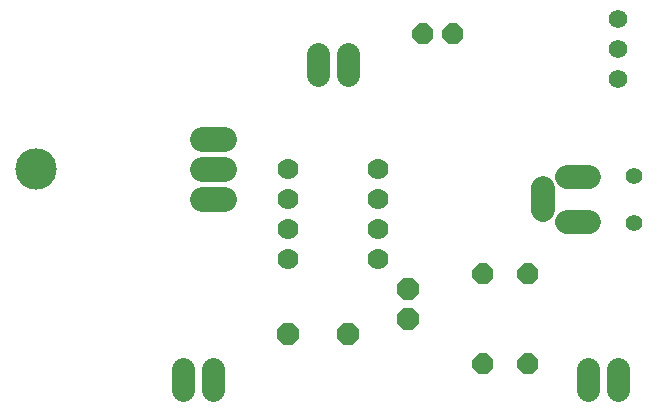
<source format=gbr>
G04 EAGLE Gerber RS-274X export*
G75*
%MOMM*%
%FSLAX34Y34*%
%LPD*%
%INSoldermask Bottom*%
%IPPOS*%
%AMOC8*
5,1,8,0,0,1.08239X$1,22.5*%
G01*
%ADD10C,2.082800*%
%ADD11C,3.505200*%
%ADD12P,1.951982X8X112.500000*%
%ADD13P,1.951982X8X202.500000*%
%ADD14C,1.778000*%
%ADD15C,1.965200*%
%ADD16P,1.924489X8X22.500000*%
%ADD17P,1.924489X8X112.500000*%
%ADD18P,1.924489X8X292.500000*%
%ADD19C,1.574800*%
%ADD20C,2.065200*%
%ADD21C,1.403200*%


D10*
X85598Y228600D02*
X66802Y228600D01*
X66802Y254000D02*
X85598Y254000D01*
X85598Y279400D02*
X66802Y279400D01*
D11*
X-73660Y254000D03*
D12*
X241300Y127000D03*
X241300Y152400D03*
D13*
X190500Y114300D03*
X139700Y114300D03*
D14*
X139700Y254000D03*
X139700Y228600D03*
X215900Y228600D03*
X215900Y254000D03*
X139700Y203200D03*
X139700Y177800D03*
X215900Y203200D03*
X215900Y177800D03*
D15*
X50800Y85010D02*
X50800Y67390D01*
X76200Y67390D02*
X76200Y85010D01*
D16*
X254000Y368300D03*
X279400Y368300D03*
D15*
X393700Y85010D02*
X393700Y67390D01*
X419100Y67390D02*
X419100Y85010D01*
D17*
X304800Y88900D03*
X304800Y165100D03*
D18*
X342900Y165100D03*
X342900Y88900D03*
D19*
X419100Y330200D03*
X419100Y355600D03*
X419100Y381000D03*
D20*
X354900Y237910D02*
X354900Y219290D01*
X375590Y209600D02*
X394210Y209600D01*
X394210Y247600D02*
X375590Y247600D01*
D21*
X432400Y248600D03*
X432400Y208600D03*
D15*
X165100Y334090D02*
X165100Y351710D01*
X190500Y351710D02*
X190500Y334090D01*
M02*

</source>
